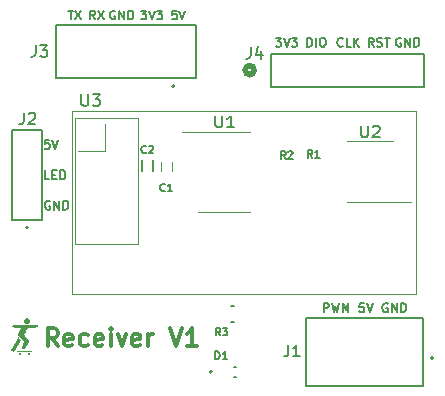
<source format=gbr>
%TF.GenerationSoftware,KiCad,Pcbnew,7.0.8*%
%TF.CreationDate,2024-02-15T00:03:28-06:00*%
%TF.ProjectId,Receiver_KiCad,52656365-6976-4657-925f-4b694361642e,rev?*%
%TF.SameCoordinates,Original*%
%TF.FileFunction,Legend,Top*%
%TF.FilePolarity,Positive*%
%FSLAX46Y46*%
G04 Gerber Fmt 4.6, Leading zero omitted, Abs format (unit mm)*
G04 Created by KiCad (PCBNEW 7.0.8) date 2024-02-15 00:03:28*
%MOMM*%
%LPD*%
G01*
G04 APERTURE LIST*
%ADD10C,0.150000*%
%ADD11C,0.300000*%
%ADD12C,0.120000*%
%ADD13C,0.152400*%
%ADD14C,0.508000*%
%ADD15C,0.127000*%
%ADD16C,0.200000*%
%ADD17C,0.100000*%
G04 APERTURE END LIST*
D10*
X176497969Y-139300414D02*
X176140826Y-139300414D01*
X176140826Y-139300414D02*
X176105112Y-139657557D01*
X176105112Y-139657557D02*
X176140826Y-139621842D01*
X176140826Y-139621842D02*
X176212255Y-139586128D01*
X176212255Y-139586128D02*
X176390826Y-139586128D01*
X176390826Y-139586128D02*
X176462255Y-139621842D01*
X176462255Y-139621842D02*
X176497969Y-139657557D01*
X176497969Y-139657557D02*
X176533683Y-139728985D01*
X176533683Y-139728985D02*
X176533683Y-139907557D01*
X176533683Y-139907557D02*
X176497969Y-139978985D01*
X176497969Y-139978985D02*
X176462255Y-140014700D01*
X176462255Y-140014700D02*
X176390826Y-140050414D01*
X176390826Y-140050414D02*
X176212255Y-140050414D01*
X176212255Y-140050414D02*
X176140826Y-140014700D01*
X176140826Y-140014700D02*
X176105112Y-139978985D01*
X176747969Y-139300414D02*
X176997969Y-140050414D01*
X176997969Y-140050414D02*
X177247969Y-139300414D01*
X178490112Y-139336128D02*
X178418684Y-139300414D01*
X178418684Y-139300414D02*
X178311541Y-139300414D01*
X178311541Y-139300414D02*
X178204398Y-139336128D01*
X178204398Y-139336128D02*
X178132969Y-139407557D01*
X178132969Y-139407557D02*
X178097255Y-139478985D01*
X178097255Y-139478985D02*
X178061541Y-139621842D01*
X178061541Y-139621842D02*
X178061541Y-139728985D01*
X178061541Y-139728985D02*
X178097255Y-139871842D01*
X178097255Y-139871842D02*
X178132969Y-139943271D01*
X178132969Y-139943271D02*
X178204398Y-140014700D01*
X178204398Y-140014700D02*
X178311541Y-140050414D01*
X178311541Y-140050414D02*
X178382969Y-140050414D01*
X178382969Y-140050414D02*
X178490112Y-140014700D01*
X178490112Y-140014700D02*
X178525826Y-139978985D01*
X178525826Y-139978985D02*
X178525826Y-139728985D01*
X178525826Y-139728985D02*
X178382969Y-139728985D01*
X178847255Y-140050414D02*
X178847255Y-139300414D01*
X178847255Y-139300414D02*
X179275826Y-140050414D01*
X179275826Y-140050414D02*
X179275826Y-139300414D01*
X179632969Y-140050414D02*
X179632969Y-139300414D01*
X179632969Y-139300414D02*
X179811540Y-139300414D01*
X179811540Y-139300414D02*
X179918683Y-139336128D01*
X179918683Y-139336128D02*
X179990112Y-139407557D01*
X179990112Y-139407557D02*
X180025826Y-139478985D01*
X180025826Y-139478985D02*
X180061540Y-139621842D01*
X180061540Y-139621842D02*
X180061540Y-139728985D01*
X180061540Y-139728985D02*
X180025826Y-139871842D01*
X180025826Y-139871842D02*
X179990112Y-139943271D01*
X179990112Y-139943271D02*
X179918683Y-140014700D01*
X179918683Y-140014700D02*
X179811540Y-140050414D01*
X179811540Y-140050414D02*
X179632969Y-140050414D01*
X160624398Y-114520414D02*
X160267255Y-114520414D01*
X160267255Y-114520414D02*
X160231541Y-114877557D01*
X160231541Y-114877557D02*
X160267255Y-114841842D01*
X160267255Y-114841842D02*
X160338684Y-114806128D01*
X160338684Y-114806128D02*
X160517255Y-114806128D01*
X160517255Y-114806128D02*
X160588684Y-114841842D01*
X160588684Y-114841842D02*
X160624398Y-114877557D01*
X160624398Y-114877557D02*
X160660112Y-114948985D01*
X160660112Y-114948985D02*
X160660112Y-115127557D01*
X160660112Y-115127557D02*
X160624398Y-115198985D01*
X160624398Y-115198985D02*
X160588684Y-115234700D01*
X160588684Y-115234700D02*
X160517255Y-115270414D01*
X160517255Y-115270414D02*
X160338684Y-115270414D01*
X160338684Y-115270414D02*
X160267255Y-115234700D01*
X160267255Y-115234700D02*
X160231541Y-115198985D01*
X160874398Y-114520414D02*
X161124398Y-115270414D01*
X161124398Y-115270414D02*
X161374398Y-114520414D01*
X151440112Y-114520414D02*
X151868684Y-114520414D01*
X151654398Y-115270414D02*
X151654398Y-114520414D01*
X152047255Y-114520414D02*
X152547255Y-115270414D01*
X152547255Y-114520414D02*
X152047255Y-115270414D01*
X149864398Y-125490414D02*
X149507255Y-125490414D01*
X149507255Y-125490414D02*
X149471541Y-125847557D01*
X149471541Y-125847557D02*
X149507255Y-125811842D01*
X149507255Y-125811842D02*
X149578684Y-125776128D01*
X149578684Y-125776128D02*
X149757255Y-125776128D01*
X149757255Y-125776128D02*
X149828684Y-125811842D01*
X149828684Y-125811842D02*
X149864398Y-125847557D01*
X149864398Y-125847557D02*
X149900112Y-125918985D01*
X149900112Y-125918985D02*
X149900112Y-126097557D01*
X149900112Y-126097557D02*
X149864398Y-126168985D01*
X149864398Y-126168985D02*
X149828684Y-126204700D01*
X149828684Y-126204700D02*
X149757255Y-126240414D01*
X149757255Y-126240414D02*
X149578684Y-126240414D01*
X149578684Y-126240414D02*
X149507255Y-126204700D01*
X149507255Y-126204700D02*
X149471541Y-126168985D01*
X150114398Y-125490414D02*
X150364398Y-126240414D01*
X150364398Y-126240414D02*
X150614398Y-125490414D01*
D11*
X150561653Y-142936929D02*
X150061653Y-142222643D01*
X149704510Y-142936929D02*
X149704510Y-141436929D01*
X149704510Y-141436929D02*
X150275939Y-141436929D01*
X150275939Y-141436929D02*
X150418796Y-141508358D01*
X150418796Y-141508358D02*
X150490225Y-141579786D01*
X150490225Y-141579786D02*
X150561653Y-141722643D01*
X150561653Y-141722643D02*
X150561653Y-141936929D01*
X150561653Y-141936929D02*
X150490225Y-142079786D01*
X150490225Y-142079786D02*
X150418796Y-142151215D01*
X150418796Y-142151215D02*
X150275939Y-142222643D01*
X150275939Y-142222643D02*
X149704510Y-142222643D01*
X151775939Y-142865501D02*
X151633082Y-142936929D01*
X151633082Y-142936929D02*
X151347368Y-142936929D01*
X151347368Y-142936929D02*
X151204510Y-142865501D01*
X151204510Y-142865501D02*
X151133082Y-142722643D01*
X151133082Y-142722643D02*
X151133082Y-142151215D01*
X151133082Y-142151215D02*
X151204510Y-142008358D01*
X151204510Y-142008358D02*
X151347368Y-141936929D01*
X151347368Y-141936929D02*
X151633082Y-141936929D01*
X151633082Y-141936929D02*
X151775939Y-142008358D01*
X151775939Y-142008358D02*
X151847368Y-142151215D01*
X151847368Y-142151215D02*
X151847368Y-142294072D01*
X151847368Y-142294072D02*
X151133082Y-142436929D01*
X153133082Y-142865501D02*
X152990224Y-142936929D01*
X152990224Y-142936929D02*
X152704510Y-142936929D01*
X152704510Y-142936929D02*
X152561653Y-142865501D01*
X152561653Y-142865501D02*
X152490224Y-142794072D01*
X152490224Y-142794072D02*
X152418796Y-142651215D01*
X152418796Y-142651215D02*
X152418796Y-142222643D01*
X152418796Y-142222643D02*
X152490224Y-142079786D01*
X152490224Y-142079786D02*
X152561653Y-142008358D01*
X152561653Y-142008358D02*
X152704510Y-141936929D01*
X152704510Y-141936929D02*
X152990224Y-141936929D01*
X152990224Y-141936929D02*
X153133082Y-142008358D01*
X154347367Y-142865501D02*
X154204510Y-142936929D01*
X154204510Y-142936929D02*
X153918796Y-142936929D01*
X153918796Y-142936929D02*
X153775938Y-142865501D01*
X153775938Y-142865501D02*
X153704510Y-142722643D01*
X153704510Y-142722643D02*
X153704510Y-142151215D01*
X153704510Y-142151215D02*
X153775938Y-142008358D01*
X153775938Y-142008358D02*
X153918796Y-141936929D01*
X153918796Y-141936929D02*
X154204510Y-141936929D01*
X154204510Y-141936929D02*
X154347367Y-142008358D01*
X154347367Y-142008358D02*
X154418796Y-142151215D01*
X154418796Y-142151215D02*
X154418796Y-142294072D01*
X154418796Y-142294072D02*
X153704510Y-142436929D01*
X155061652Y-142936929D02*
X155061652Y-141936929D01*
X155061652Y-141436929D02*
X154990224Y-141508358D01*
X154990224Y-141508358D02*
X155061652Y-141579786D01*
X155061652Y-141579786D02*
X155133081Y-141508358D01*
X155133081Y-141508358D02*
X155061652Y-141436929D01*
X155061652Y-141436929D02*
X155061652Y-141579786D01*
X155633081Y-141936929D02*
X155990224Y-142936929D01*
X155990224Y-142936929D02*
X156347367Y-141936929D01*
X157490224Y-142865501D02*
X157347367Y-142936929D01*
X157347367Y-142936929D02*
X157061653Y-142936929D01*
X157061653Y-142936929D02*
X156918795Y-142865501D01*
X156918795Y-142865501D02*
X156847367Y-142722643D01*
X156847367Y-142722643D02*
X156847367Y-142151215D01*
X156847367Y-142151215D02*
X156918795Y-142008358D01*
X156918795Y-142008358D02*
X157061653Y-141936929D01*
X157061653Y-141936929D02*
X157347367Y-141936929D01*
X157347367Y-141936929D02*
X157490224Y-142008358D01*
X157490224Y-142008358D02*
X157561653Y-142151215D01*
X157561653Y-142151215D02*
X157561653Y-142294072D01*
X157561653Y-142294072D02*
X156847367Y-142436929D01*
X158204509Y-142936929D02*
X158204509Y-141936929D01*
X158204509Y-142222643D02*
X158275938Y-142079786D01*
X158275938Y-142079786D02*
X158347367Y-142008358D01*
X158347367Y-142008358D02*
X158490224Y-141936929D01*
X158490224Y-141936929D02*
X158633081Y-141936929D01*
X160061652Y-141436929D02*
X160561652Y-142936929D01*
X160561652Y-142936929D02*
X161061652Y-141436929D01*
X162347366Y-142936929D02*
X161490223Y-142936929D01*
X161918794Y-142936929D02*
X161918794Y-141436929D01*
X161918794Y-141436929D02*
X161775937Y-141651215D01*
X161775937Y-141651215D02*
X161633080Y-141794072D01*
X161633080Y-141794072D02*
X161490223Y-141865501D01*
D10*
X173077255Y-140050414D02*
X173077255Y-139300414D01*
X173077255Y-139300414D02*
X173362969Y-139300414D01*
X173362969Y-139300414D02*
X173434398Y-139336128D01*
X173434398Y-139336128D02*
X173470112Y-139371842D01*
X173470112Y-139371842D02*
X173505826Y-139443271D01*
X173505826Y-139443271D02*
X173505826Y-139550414D01*
X173505826Y-139550414D02*
X173470112Y-139621842D01*
X173470112Y-139621842D02*
X173434398Y-139657557D01*
X173434398Y-139657557D02*
X173362969Y-139693271D01*
X173362969Y-139693271D02*
X173077255Y-139693271D01*
X173755826Y-139300414D02*
X173934398Y-140050414D01*
X173934398Y-140050414D02*
X174077255Y-139514700D01*
X174077255Y-139514700D02*
X174220112Y-140050414D01*
X174220112Y-140050414D02*
X174398684Y-139300414D01*
X174684398Y-140050414D02*
X174684398Y-139300414D01*
X174684398Y-139300414D02*
X174934398Y-139836128D01*
X174934398Y-139836128D02*
X175184398Y-139300414D01*
X175184398Y-139300414D02*
X175184398Y-140050414D01*
X174710824Y-117508985D02*
X174675110Y-117544700D01*
X174675110Y-117544700D02*
X174567967Y-117580414D01*
X174567967Y-117580414D02*
X174496539Y-117580414D01*
X174496539Y-117580414D02*
X174389396Y-117544700D01*
X174389396Y-117544700D02*
X174317967Y-117473271D01*
X174317967Y-117473271D02*
X174282253Y-117401842D01*
X174282253Y-117401842D02*
X174246539Y-117258985D01*
X174246539Y-117258985D02*
X174246539Y-117151842D01*
X174246539Y-117151842D02*
X174282253Y-117008985D01*
X174282253Y-117008985D02*
X174317967Y-116937557D01*
X174317967Y-116937557D02*
X174389396Y-116866128D01*
X174389396Y-116866128D02*
X174496539Y-116830414D01*
X174496539Y-116830414D02*
X174567967Y-116830414D01*
X174567967Y-116830414D02*
X174675110Y-116866128D01*
X174675110Y-116866128D02*
X174710824Y-116901842D01*
X175389396Y-117580414D02*
X175032253Y-117580414D01*
X175032253Y-117580414D02*
X175032253Y-116830414D01*
X175639396Y-117580414D02*
X175639396Y-116830414D01*
X176067967Y-117580414D02*
X175746539Y-117151842D01*
X176067967Y-116830414D02*
X175639396Y-117258985D01*
X149864398Y-128805414D02*
X149507255Y-128805414D01*
X149507255Y-128805414D02*
X149507255Y-128055414D01*
X150114398Y-128412557D02*
X150364398Y-128412557D01*
X150471541Y-128805414D02*
X150114398Y-128805414D01*
X150114398Y-128805414D02*
X150114398Y-128055414D01*
X150114398Y-128055414D02*
X150471541Y-128055414D01*
X150792969Y-128805414D02*
X150792969Y-128055414D01*
X150792969Y-128055414D02*
X150971540Y-128055414D01*
X150971540Y-128055414D02*
X151078683Y-128091128D01*
X151078683Y-128091128D02*
X151150112Y-128162557D01*
X151150112Y-128162557D02*
X151185826Y-128233985D01*
X151185826Y-128233985D02*
X151221540Y-128376842D01*
X151221540Y-128376842D02*
X151221540Y-128483985D01*
X151221540Y-128483985D02*
X151185826Y-128626842D01*
X151185826Y-128626842D02*
X151150112Y-128698271D01*
X151150112Y-128698271D02*
X151078683Y-128769700D01*
X151078683Y-128769700D02*
X150971540Y-128805414D01*
X150971540Y-128805414D02*
X150792969Y-128805414D01*
X169015826Y-116830414D02*
X169480112Y-116830414D01*
X169480112Y-116830414D02*
X169230112Y-117116128D01*
X169230112Y-117116128D02*
X169337255Y-117116128D01*
X169337255Y-117116128D02*
X169408684Y-117151842D01*
X169408684Y-117151842D02*
X169444398Y-117187557D01*
X169444398Y-117187557D02*
X169480112Y-117258985D01*
X169480112Y-117258985D02*
X169480112Y-117437557D01*
X169480112Y-117437557D02*
X169444398Y-117508985D01*
X169444398Y-117508985D02*
X169408684Y-117544700D01*
X169408684Y-117544700D02*
X169337255Y-117580414D01*
X169337255Y-117580414D02*
X169122969Y-117580414D01*
X169122969Y-117580414D02*
X169051541Y-117544700D01*
X169051541Y-117544700D02*
X169015826Y-117508985D01*
X169694398Y-116830414D02*
X169944398Y-117580414D01*
X169944398Y-117580414D02*
X170194398Y-116830414D01*
X170372969Y-116830414D02*
X170837255Y-116830414D01*
X170837255Y-116830414D02*
X170587255Y-117116128D01*
X170587255Y-117116128D02*
X170694398Y-117116128D01*
X170694398Y-117116128D02*
X170765827Y-117151842D01*
X170765827Y-117151842D02*
X170801541Y-117187557D01*
X170801541Y-117187557D02*
X170837255Y-117258985D01*
X170837255Y-117258985D02*
X170837255Y-117437557D01*
X170837255Y-117437557D02*
X170801541Y-117508985D01*
X170801541Y-117508985D02*
X170765827Y-117544700D01*
X170765827Y-117544700D02*
X170694398Y-117580414D01*
X170694398Y-117580414D02*
X170480112Y-117580414D01*
X170480112Y-117580414D02*
X170408684Y-117544700D01*
X170408684Y-117544700D02*
X170372969Y-117508985D01*
X153735826Y-115270414D02*
X153485826Y-114913271D01*
X153307255Y-115270414D02*
X153307255Y-114520414D01*
X153307255Y-114520414D02*
X153592969Y-114520414D01*
X153592969Y-114520414D02*
X153664398Y-114556128D01*
X153664398Y-114556128D02*
X153700112Y-114591842D01*
X153700112Y-114591842D02*
X153735826Y-114663271D01*
X153735826Y-114663271D02*
X153735826Y-114770414D01*
X153735826Y-114770414D02*
X153700112Y-114841842D01*
X153700112Y-114841842D02*
X153664398Y-114877557D01*
X153664398Y-114877557D02*
X153592969Y-114913271D01*
X153592969Y-114913271D02*
X153307255Y-114913271D01*
X153985826Y-114520414D02*
X154485826Y-115270414D01*
X154485826Y-114520414D02*
X153985826Y-115270414D01*
X171684754Y-117580414D02*
X171684754Y-116830414D01*
X171684754Y-116830414D02*
X171863325Y-116830414D01*
X171863325Y-116830414D02*
X171970468Y-116866128D01*
X171970468Y-116866128D02*
X172041897Y-116937557D01*
X172041897Y-116937557D02*
X172077611Y-117008985D01*
X172077611Y-117008985D02*
X172113325Y-117151842D01*
X172113325Y-117151842D02*
X172113325Y-117258985D01*
X172113325Y-117258985D02*
X172077611Y-117401842D01*
X172077611Y-117401842D02*
X172041897Y-117473271D01*
X172041897Y-117473271D02*
X171970468Y-117544700D01*
X171970468Y-117544700D02*
X171863325Y-117580414D01*
X171863325Y-117580414D02*
X171684754Y-117580414D01*
X172434754Y-117580414D02*
X172434754Y-116830414D01*
X172934754Y-116830414D02*
X173077611Y-116830414D01*
X173077611Y-116830414D02*
X173149040Y-116866128D01*
X173149040Y-116866128D02*
X173220468Y-116937557D01*
X173220468Y-116937557D02*
X173256183Y-117080414D01*
X173256183Y-117080414D02*
X173256183Y-117330414D01*
X173256183Y-117330414D02*
X173220468Y-117473271D01*
X173220468Y-117473271D02*
X173149040Y-117544700D01*
X173149040Y-117544700D02*
X173077611Y-117580414D01*
X173077611Y-117580414D02*
X172934754Y-117580414D01*
X172934754Y-117580414D02*
X172863326Y-117544700D01*
X172863326Y-117544700D02*
X172791897Y-117473271D01*
X172791897Y-117473271D02*
X172756183Y-117330414D01*
X172756183Y-117330414D02*
X172756183Y-117080414D01*
X172756183Y-117080414D02*
X172791897Y-116937557D01*
X172791897Y-116937557D02*
X172863326Y-116866128D01*
X172863326Y-116866128D02*
X172934754Y-116830414D01*
X177308323Y-117580414D02*
X177058323Y-117223271D01*
X176879752Y-117580414D02*
X176879752Y-116830414D01*
X176879752Y-116830414D02*
X177165466Y-116830414D01*
X177165466Y-116830414D02*
X177236895Y-116866128D01*
X177236895Y-116866128D02*
X177272609Y-116901842D01*
X177272609Y-116901842D02*
X177308323Y-116973271D01*
X177308323Y-116973271D02*
X177308323Y-117080414D01*
X177308323Y-117080414D02*
X177272609Y-117151842D01*
X177272609Y-117151842D02*
X177236895Y-117187557D01*
X177236895Y-117187557D02*
X177165466Y-117223271D01*
X177165466Y-117223271D02*
X176879752Y-117223271D01*
X177594038Y-117544700D02*
X177701181Y-117580414D01*
X177701181Y-117580414D02*
X177879752Y-117580414D01*
X177879752Y-117580414D02*
X177951181Y-117544700D01*
X177951181Y-117544700D02*
X177986895Y-117508985D01*
X177986895Y-117508985D02*
X178022609Y-117437557D01*
X178022609Y-117437557D02*
X178022609Y-117366128D01*
X178022609Y-117366128D02*
X177986895Y-117294700D01*
X177986895Y-117294700D02*
X177951181Y-117258985D01*
X177951181Y-117258985D02*
X177879752Y-117223271D01*
X177879752Y-117223271D02*
X177736895Y-117187557D01*
X177736895Y-117187557D02*
X177665466Y-117151842D01*
X177665466Y-117151842D02*
X177629752Y-117116128D01*
X177629752Y-117116128D02*
X177594038Y-117044700D01*
X177594038Y-117044700D02*
X177594038Y-116973271D01*
X177594038Y-116973271D02*
X177629752Y-116901842D01*
X177629752Y-116901842D02*
X177665466Y-116866128D01*
X177665466Y-116866128D02*
X177736895Y-116830414D01*
X177736895Y-116830414D02*
X177915466Y-116830414D01*
X177915466Y-116830414D02*
X178022609Y-116866128D01*
X178236895Y-116830414D02*
X178665467Y-116830414D01*
X178451181Y-117580414D02*
X178451181Y-116830414D01*
X157605826Y-114520414D02*
X158070112Y-114520414D01*
X158070112Y-114520414D02*
X157820112Y-114806128D01*
X157820112Y-114806128D02*
X157927255Y-114806128D01*
X157927255Y-114806128D02*
X157998684Y-114841842D01*
X157998684Y-114841842D02*
X158034398Y-114877557D01*
X158034398Y-114877557D02*
X158070112Y-114948985D01*
X158070112Y-114948985D02*
X158070112Y-115127557D01*
X158070112Y-115127557D02*
X158034398Y-115198985D01*
X158034398Y-115198985D02*
X157998684Y-115234700D01*
X157998684Y-115234700D02*
X157927255Y-115270414D01*
X157927255Y-115270414D02*
X157712969Y-115270414D01*
X157712969Y-115270414D02*
X157641541Y-115234700D01*
X157641541Y-115234700D02*
X157605826Y-115198985D01*
X158284398Y-114520414D02*
X158534398Y-115270414D01*
X158534398Y-115270414D02*
X158784398Y-114520414D01*
X158962969Y-114520414D02*
X159427255Y-114520414D01*
X159427255Y-114520414D02*
X159177255Y-114806128D01*
X159177255Y-114806128D02*
X159284398Y-114806128D01*
X159284398Y-114806128D02*
X159355827Y-114841842D01*
X159355827Y-114841842D02*
X159391541Y-114877557D01*
X159391541Y-114877557D02*
X159427255Y-114948985D01*
X159427255Y-114948985D02*
X159427255Y-115127557D01*
X159427255Y-115127557D02*
X159391541Y-115198985D01*
X159391541Y-115198985D02*
X159355827Y-115234700D01*
X159355827Y-115234700D02*
X159284398Y-115270414D01*
X159284398Y-115270414D02*
X159070112Y-115270414D01*
X159070112Y-115270414D02*
X158998684Y-115234700D01*
X158998684Y-115234700D02*
X158962969Y-115198985D01*
X149900112Y-130656128D02*
X149828684Y-130620414D01*
X149828684Y-130620414D02*
X149721541Y-130620414D01*
X149721541Y-130620414D02*
X149614398Y-130656128D01*
X149614398Y-130656128D02*
X149542969Y-130727557D01*
X149542969Y-130727557D02*
X149507255Y-130798985D01*
X149507255Y-130798985D02*
X149471541Y-130941842D01*
X149471541Y-130941842D02*
X149471541Y-131048985D01*
X149471541Y-131048985D02*
X149507255Y-131191842D01*
X149507255Y-131191842D02*
X149542969Y-131263271D01*
X149542969Y-131263271D02*
X149614398Y-131334700D01*
X149614398Y-131334700D02*
X149721541Y-131370414D01*
X149721541Y-131370414D02*
X149792969Y-131370414D01*
X149792969Y-131370414D02*
X149900112Y-131334700D01*
X149900112Y-131334700D02*
X149935826Y-131298985D01*
X149935826Y-131298985D02*
X149935826Y-131048985D01*
X149935826Y-131048985D02*
X149792969Y-131048985D01*
X150257255Y-131370414D02*
X150257255Y-130620414D01*
X150257255Y-130620414D02*
X150685826Y-131370414D01*
X150685826Y-131370414D02*
X150685826Y-130620414D01*
X151042969Y-131370414D02*
X151042969Y-130620414D01*
X151042969Y-130620414D02*
X151221540Y-130620414D01*
X151221540Y-130620414D02*
X151328683Y-130656128D01*
X151328683Y-130656128D02*
X151400112Y-130727557D01*
X151400112Y-130727557D02*
X151435826Y-130798985D01*
X151435826Y-130798985D02*
X151471540Y-130941842D01*
X151471540Y-130941842D02*
X151471540Y-131048985D01*
X151471540Y-131048985D02*
X151435826Y-131191842D01*
X151435826Y-131191842D02*
X151400112Y-131263271D01*
X151400112Y-131263271D02*
X151328683Y-131334700D01*
X151328683Y-131334700D02*
X151221540Y-131370414D01*
X151221540Y-131370414D02*
X151042969Y-131370414D01*
X179620112Y-116866128D02*
X179548684Y-116830414D01*
X179548684Y-116830414D02*
X179441541Y-116830414D01*
X179441541Y-116830414D02*
X179334398Y-116866128D01*
X179334398Y-116866128D02*
X179262969Y-116937557D01*
X179262969Y-116937557D02*
X179227255Y-117008985D01*
X179227255Y-117008985D02*
X179191541Y-117151842D01*
X179191541Y-117151842D02*
X179191541Y-117258985D01*
X179191541Y-117258985D02*
X179227255Y-117401842D01*
X179227255Y-117401842D02*
X179262969Y-117473271D01*
X179262969Y-117473271D02*
X179334398Y-117544700D01*
X179334398Y-117544700D02*
X179441541Y-117580414D01*
X179441541Y-117580414D02*
X179512969Y-117580414D01*
X179512969Y-117580414D02*
X179620112Y-117544700D01*
X179620112Y-117544700D02*
X179655826Y-117508985D01*
X179655826Y-117508985D02*
X179655826Y-117258985D01*
X179655826Y-117258985D02*
X179512969Y-117258985D01*
X179977255Y-117580414D02*
X179977255Y-116830414D01*
X179977255Y-116830414D02*
X180405826Y-117580414D01*
X180405826Y-117580414D02*
X180405826Y-116830414D01*
X180762969Y-117580414D02*
X180762969Y-116830414D01*
X180762969Y-116830414D02*
X180941540Y-116830414D01*
X180941540Y-116830414D02*
X181048683Y-116866128D01*
X181048683Y-116866128D02*
X181120112Y-116937557D01*
X181120112Y-116937557D02*
X181155826Y-117008985D01*
X181155826Y-117008985D02*
X181191540Y-117151842D01*
X181191540Y-117151842D02*
X181191540Y-117258985D01*
X181191540Y-117258985D02*
X181155826Y-117401842D01*
X181155826Y-117401842D02*
X181120112Y-117473271D01*
X181120112Y-117473271D02*
X181048683Y-117544700D01*
X181048683Y-117544700D02*
X180941540Y-117580414D01*
X180941540Y-117580414D02*
X180762969Y-117580414D01*
X155410112Y-114556128D02*
X155338684Y-114520414D01*
X155338684Y-114520414D02*
X155231541Y-114520414D01*
X155231541Y-114520414D02*
X155124398Y-114556128D01*
X155124398Y-114556128D02*
X155052969Y-114627557D01*
X155052969Y-114627557D02*
X155017255Y-114698985D01*
X155017255Y-114698985D02*
X154981541Y-114841842D01*
X154981541Y-114841842D02*
X154981541Y-114948985D01*
X154981541Y-114948985D02*
X155017255Y-115091842D01*
X155017255Y-115091842D02*
X155052969Y-115163271D01*
X155052969Y-115163271D02*
X155124398Y-115234700D01*
X155124398Y-115234700D02*
X155231541Y-115270414D01*
X155231541Y-115270414D02*
X155302969Y-115270414D01*
X155302969Y-115270414D02*
X155410112Y-115234700D01*
X155410112Y-115234700D02*
X155445826Y-115198985D01*
X155445826Y-115198985D02*
X155445826Y-114948985D01*
X155445826Y-114948985D02*
X155302969Y-114948985D01*
X155767255Y-115270414D02*
X155767255Y-114520414D01*
X155767255Y-114520414D02*
X156195826Y-115270414D01*
X156195826Y-115270414D02*
X156195826Y-114520414D01*
X156552969Y-115270414D02*
X156552969Y-114520414D01*
X156552969Y-114520414D02*
X156731540Y-114520414D01*
X156731540Y-114520414D02*
X156838683Y-114556128D01*
X156838683Y-114556128D02*
X156910112Y-114627557D01*
X156910112Y-114627557D02*
X156945826Y-114698985D01*
X156945826Y-114698985D02*
X156981540Y-114841842D01*
X156981540Y-114841842D02*
X156981540Y-114948985D01*
X156981540Y-114948985D02*
X156945826Y-115091842D01*
X156945826Y-115091842D02*
X156910112Y-115163271D01*
X156910112Y-115163271D02*
X156838683Y-115234700D01*
X156838683Y-115234700D02*
X156731540Y-115270414D01*
X156731540Y-115270414D02*
X156552969Y-115270414D01*
X176253095Y-124259819D02*
X176253095Y-125069342D01*
X176253095Y-125069342D02*
X176300714Y-125164580D01*
X176300714Y-125164580D02*
X176348333Y-125212200D01*
X176348333Y-125212200D02*
X176443571Y-125259819D01*
X176443571Y-125259819D02*
X176634047Y-125259819D01*
X176634047Y-125259819D02*
X176729285Y-125212200D01*
X176729285Y-125212200D02*
X176776904Y-125164580D01*
X176776904Y-125164580D02*
X176824523Y-125069342D01*
X176824523Y-125069342D02*
X176824523Y-124259819D01*
X177253095Y-124355057D02*
X177300714Y-124307438D01*
X177300714Y-124307438D02*
X177395952Y-124259819D01*
X177395952Y-124259819D02*
X177634047Y-124259819D01*
X177634047Y-124259819D02*
X177729285Y-124307438D01*
X177729285Y-124307438D02*
X177776904Y-124355057D01*
X177776904Y-124355057D02*
X177824523Y-124450295D01*
X177824523Y-124450295D02*
X177824523Y-124545533D01*
X177824523Y-124545533D02*
X177776904Y-124688390D01*
X177776904Y-124688390D02*
X177205476Y-125259819D01*
X177205476Y-125259819D02*
X177824523Y-125259819D01*
X166896666Y-117605019D02*
X166896666Y-118319304D01*
X166896666Y-118319304D02*
X166849047Y-118462161D01*
X166849047Y-118462161D02*
X166753809Y-118557400D01*
X166753809Y-118557400D02*
X166610952Y-118605019D01*
X166610952Y-118605019D02*
X166515714Y-118605019D01*
X167801428Y-117938352D02*
X167801428Y-118605019D01*
X167563333Y-117557400D02*
X167325238Y-118271685D01*
X167325238Y-118271685D02*
X167944285Y-118271685D01*
X163923095Y-123409819D02*
X163923095Y-124219342D01*
X163923095Y-124219342D02*
X163970714Y-124314580D01*
X163970714Y-124314580D02*
X164018333Y-124362200D01*
X164018333Y-124362200D02*
X164113571Y-124409819D01*
X164113571Y-124409819D02*
X164304047Y-124409819D01*
X164304047Y-124409819D02*
X164399285Y-124362200D01*
X164399285Y-124362200D02*
X164446904Y-124314580D01*
X164446904Y-124314580D02*
X164494523Y-124219342D01*
X164494523Y-124219342D02*
X164494523Y-123409819D01*
X165494523Y-124409819D02*
X164923095Y-124409819D01*
X165208809Y-124409819D02*
X165208809Y-123409819D01*
X165208809Y-123409819D02*
X165113571Y-123552676D01*
X165113571Y-123552676D02*
X165018333Y-123647914D01*
X165018333Y-123647914D02*
X164923095Y-123695533D01*
X147676666Y-123169819D02*
X147676666Y-123884104D01*
X147676666Y-123884104D02*
X147629047Y-124026961D01*
X147629047Y-124026961D02*
X147533809Y-124122200D01*
X147533809Y-124122200D02*
X147390952Y-124169819D01*
X147390952Y-124169819D02*
X147295714Y-124169819D01*
X148105238Y-123265057D02*
X148152857Y-123217438D01*
X148152857Y-123217438D02*
X148248095Y-123169819D01*
X148248095Y-123169819D02*
X148486190Y-123169819D01*
X148486190Y-123169819D02*
X148581428Y-123217438D01*
X148581428Y-123217438D02*
X148629047Y-123265057D01*
X148629047Y-123265057D02*
X148676666Y-123360295D01*
X148676666Y-123360295D02*
X148676666Y-123455533D01*
X148676666Y-123455533D02*
X148629047Y-123598390D01*
X148629047Y-123598390D02*
X148057619Y-124169819D01*
X148057619Y-124169819D02*
X148676666Y-124169819D01*
X152573095Y-121599819D02*
X152573095Y-122409342D01*
X152573095Y-122409342D02*
X152620714Y-122504580D01*
X152620714Y-122504580D02*
X152668333Y-122552200D01*
X152668333Y-122552200D02*
X152763571Y-122599819D01*
X152763571Y-122599819D02*
X152954047Y-122599819D01*
X152954047Y-122599819D02*
X153049285Y-122552200D01*
X153049285Y-122552200D02*
X153096904Y-122504580D01*
X153096904Y-122504580D02*
X153144523Y-122409342D01*
X153144523Y-122409342D02*
X153144523Y-121599819D01*
X153525476Y-121599819D02*
X154144523Y-121599819D01*
X154144523Y-121599819D02*
X153811190Y-121980771D01*
X153811190Y-121980771D02*
X153954047Y-121980771D01*
X153954047Y-121980771D02*
X154049285Y-122028390D01*
X154049285Y-122028390D02*
X154096904Y-122076009D01*
X154096904Y-122076009D02*
X154144523Y-122171247D01*
X154144523Y-122171247D02*
X154144523Y-122409342D01*
X154144523Y-122409342D02*
X154096904Y-122504580D01*
X154096904Y-122504580D02*
X154049285Y-122552200D01*
X154049285Y-122552200D02*
X153954047Y-122599819D01*
X153954047Y-122599819D02*
X153668333Y-122599819D01*
X153668333Y-122599819D02*
X153573095Y-122552200D01*
X153573095Y-122552200D02*
X153525476Y-122504580D01*
X148691666Y-117439819D02*
X148691666Y-118154104D01*
X148691666Y-118154104D02*
X148644047Y-118296961D01*
X148644047Y-118296961D02*
X148548809Y-118392200D01*
X148548809Y-118392200D02*
X148405952Y-118439819D01*
X148405952Y-118439819D02*
X148310714Y-118439819D01*
X149072619Y-117439819D02*
X149691666Y-117439819D01*
X149691666Y-117439819D02*
X149358333Y-117820771D01*
X149358333Y-117820771D02*
X149501190Y-117820771D01*
X149501190Y-117820771D02*
X149596428Y-117868390D01*
X149596428Y-117868390D02*
X149644047Y-117916009D01*
X149644047Y-117916009D02*
X149691666Y-118011247D01*
X149691666Y-118011247D02*
X149691666Y-118249342D01*
X149691666Y-118249342D02*
X149644047Y-118344580D01*
X149644047Y-118344580D02*
X149596428Y-118392200D01*
X149596428Y-118392200D02*
X149501190Y-118439819D01*
X149501190Y-118439819D02*
X149215476Y-118439819D01*
X149215476Y-118439819D02*
X149120238Y-118392200D01*
X149120238Y-118392200D02*
X149072619Y-118344580D01*
X163918629Y-144022302D02*
X163918629Y-143387302D01*
X163918629Y-143387302D02*
X164069819Y-143387302D01*
X164069819Y-143387302D02*
X164160534Y-143417540D01*
X164160534Y-143417540D02*
X164221010Y-143478016D01*
X164221010Y-143478016D02*
X164251248Y-143538492D01*
X164251248Y-143538492D02*
X164281486Y-143659444D01*
X164281486Y-143659444D02*
X164281486Y-143750159D01*
X164281486Y-143750159D02*
X164251248Y-143871111D01*
X164251248Y-143871111D02*
X164221010Y-143931587D01*
X164221010Y-143931587D02*
X164160534Y-143992064D01*
X164160534Y-143992064D02*
X164069819Y-144022302D01*
X164069819Y-144022302D02*
X163918629Y-144022302D01*
X164886248Y-144022302D02*
X164523391Y-144022302D01*
X164704819Y-144022302D02*
X164704819Y-143387302D01*
X164704819Y-143387302D02*
X164644343Y-143478016D01*
X164644343Y-143478016D02*
X164583867Y-143538492D01*
X164583867Y-143538492D02*
X164523391Y-143568730D01*
X169854166Y-127050963D02*
X169642499Y-126748582D01*
X169491309Y-127050963D02*
X169491309Y-126415963D01*
X169491309Y-126415963D02*
X169733214Y-126415963D01*
X169733214Y-126415963D02*
X169793690Y-126446201D01*
X169793690Y-126446201D02*
X169823928Y-126476439D01*
X169823928Y-126476439D02*
X169854166Y-126536915D01*
X169854166Y-126536915D02*
X169854166Y-126627629D01*
X169854166Y-126627629D02*
X169823928Y-126688105D01*
X169823928Y-126688105D02*
X169793690Y-126718344D01*
X169793690Y-126718344D02*
X169733214Y-126748582D01*
X169733214Y-126748582D02*
X169491309Y-126748582D01*
X170096071Y-126476439D02*
X170126309Y-126446201D01*
X170126309Y-126446201D02*
X170186785Y-126415963D01*
X170186785Y-126415963D02*
X170337976Y-126415963D01*
X170337976Y-126415963D02*
X170398452Y-126446201D01*
X170398452Y-126446201D02*
X170428690Y-126476439D01*
X170428690Y-126476439D02*
X170458928Y-126536915D01*
X170458928Y-126536915D02*
X170458928Y-126597391D01*
X170458928Y-126597391D02*
X170428690Y-126688105D01*
X170428690Y-126688105D02*
X170065833Y-127050963D01*
X170065833Y-127050963D02*
X170458928Y-127050963D01*
X172134166Y-126980963D02*
X171922499Y-126678582D01*
X171771309Y-126980963D02*
X171771309Y-126345963D01*
X171771309Y-126345963D02*
X172013214Y-126345963D01*
X172013214Y-126345963D02*
X172073690Y-126376201D01*
X172073690Y-126376201D02*
X172103928Y-126406439D01*
X172103928Y-126406439D02*
X172134166Y-126466915D01*
X172134166Y-126466915D02*
X172134166Y-126557629D01*
X172134166Y-126557629D02*
X172103928Y-126618105D01*
X172103928Y-126618105D02*
X172073690Y-126648344D01*
X172073690Y-126648344D02*
X172013214Y-126678582D01*
X172013214Y-126678582D02*
X171771309Y-126678582D01*
X172738928Y-126980963D02*
X172376071Y-126980963D01*
X172557499Y-126980963D02*
X172557499Y-126345963D01*
X172557499Y-126345963D02*
X172497023Y-126436677D01*
X172497023Y-126436677D02*
X172436547Y-126497153D01*
X172436547Y-126497153D02*
X172376071Y-126527391D01*
X158047472Y-126528709D02*
X158017234Y-126558948D01*
X158017234Y-126558948D02*
X157926520Y-126589186D01*
X157926520Y-126589186D02*
X157866044Y-126589186D01*
X157866044Y-126589186D02*
X157775329Y-126558948D01*
X157775329Y-126558948D02*
X157714853Y-126498471D01*
X157714853Y-126498471D02*
X157684615Y-126437995D01*
X157684615Y-126437995D02*
X157654377Y-126317043D01*
X157654377Y-126317043D02*
X157654377Y-126226328D01*
X157654377Y-126226328D02*
X157684615Y-126105376D01*
X157684615Y-126105376D02*
X157714853Y-126044900D01*
X157714853Y-126044900D02*
X157775329Y-125984424D01*
X157775329Y-125984424D02*
X157866044Y-125954186D01*
X157866044Y-125954186D02*
X157926520Y-125954186D01*
X157926520Y-125954186D02*
X158017234Y-125984424D01*
X158017234Y-125984424D02*
X158047472Y-126014662D01*
X158289377Y-126014662D02*
X158319615Y-125984424D01*
X158319615Y-125984424D02*
X158380091Y-125954186D01*
X158380091Y-125954186D02*
X158531282Y-125954186D01*
X158531282Y-125954186D02*
X158591758Y-125984424D01*
X158591758Y-125984424D02*
X158621996Y-126014662D01*
X158621996Y-126014662D02*
X158652234Y-126075138D01*
X158652234Y-126075138D02*
X158652234Y-126135614D01*
X158652234Y-126135614D02*
X158621996Y-126226328D01*
X158621996Y-126226328D02*
X158259139Y-126589186D01*
X158259139Y-126589186D02*
X158652234Y-126589186D01*
X164334166Y-142030963D02*
X164122499Y-141728582D01*
X163971309Y-142030963D02*
X163971309Y-141395963D01*
X163971309Y-141395963D02*
X164213214Y-141395963D01*
X164213214Y-141395963D02*
X164273690Y-141426201D01*
X164273690Y-141426201D02*
X164303928Y-141456439D01*
X164303928Y-141456439D02*
X164334166Y-141516915D01*
X164334166Y-141516915D02*
X164334166Y-141607629D01*
X164334166Y-141607629D02*
X164303928Y-141668105D01*
X164303928Y-141668105D02*
X164273690Y-141698344D01*
X164273690Y-141698344D02*
X164213214Y-141728582D01*
X164213214Y-141728582D02*
X163971309Y-141728582D01*
X164545833Y-141395963D02*
X164938928Y-141395963D01*
X164938928Y-141395963D02*
X164727261Y-141637867D01*
X164727261Y-141637867D02*
X164817976Y-141637867D01*
X164817976Y-141637867D02*
X164878452Y-141668105D01*
X164878452Y-141668105D02*
X164908690Y-141698344D01*
X164908690Y-141698344D02*
X164938928Y-141758820D01*
X164938928Y-141758820D02*
X164938928Y-141910010D01*
X164938928Y-141910010D02*
X164908690Y-141970486D01*
X164908690Y-141970486D02*
X164878452Y-142000725D01*
X164878452Y-142000725D02*
X164817976Y-142030963D01*
X164817976Y-142030963D02*
X164636547Y-142030963D01*
X164636547Y-142030963D02*
X164576071Y-142000725D01*
X164576071Y-142000725D02*
X164545833Y-141970486D01*
X159626966Y-129760686D02*
X159596728Y-129790925D01*
X159596728Y-129790925D02*
X159506014Y-129821163D01*
X159506014Y-129821163D02*
X159445538Y-129821163D01*
X159445538Y-129821163D02*
X159354823Y-129790925D01*
X159354823Y-129790925D02*
X159294347Y-129730448D01*
X159294347Y-129730448D02*
X159264109Y-129669972D01*
X159264109Y-129669972D02*
X159233871Y-129549020D01*
X159233871Y-129549020D02*
X159233871Y-129458305D01*
X159233871Y-129458305D02*
X159264109Y-129337353D01*
X159264109Y-129337353D02*
X159294347Y-129276877D01*
X159294347Y-129276877D02*
X159354823Y-129216401D01*
X159354823Y-129216401D02*
X159445538Y-129186163D01*
X159445538Y-129186163D02*
X159506014Y-129186163D01*
X159506014Y-129186163D02*
X159596728Y-129216401D01*
X159596728Y-129216401D02*
X159626966Y-129246639D01*
X160231728Y-129821163D02*
X159868871Y-129821163D01*
X160050299Y-129821163D02*
X160050299Y-129186163D01*
X160050299Y-129186163D02*
X159989823Y-129276877D01*
X159989823Y-129276877D02*
X159929347Y-129337353D01*
X159929347Y-129337353D02*
X159868871Y-129367591D01*
X170100039Y-142864439D02*
X170100039Y-143539355D01*
X170100039Y-143539355D02*
X170055044Y-143674338D01*
X170055044Y-143674338D02*
X169965056Y-143764327D01*
X169965056Y-143764327D02*
X169830072Y-143809321D01*
X169830072Y-143809321D02*
X169740084Y-143809321D01*
X171044921Y-143809321D02*
X170504988Y-143809321D01*
X170774954Y-143809321D02*
X170774954Y-142864439D01*
X170774954Y-142864439D02*
X170684966Y-142999422D01*
X170684966Y-142999422D02*
X170594977Y-143089411D01*
X170594977Y-143089411D02*
X170504988Y-143134405D01*
D12*
%TO.C,U2*%
X177015000Y-130715000D02*
X180465000Y-130715000D01*
X177015000Y-130715000D02*
X175065000Y-130715000D01*
X177015000Y-125595000D02*
X178965000Y-125595000D01*
X177015000Y-125595000D02*
X175065000Y-125595000D01*
D13*
%TO.C,J4*%
X168593000Y-118163200D02*
X168593000Y-120957200D01*
X168593000Y-120957200D02*
X181547000Y-120957200D01*
X181547000Y-118163200D02*
X168593000Y-118163200D01*
X181547000Y-120957200D02*
X181547000Y-118163200D01*
D14*
X167196000Y-119560200D02*
G75*
G03*
X167196000Y-119560200I-381000J0D01*
G01*
D12*
%TO.C,U1*%
X164685000Y-124770000D02*
X161085000Y-124770000D01*
X164685000Y-124770000D02*
X166885000Y-124770000D01*
X164685000Y-131540000D02*
X162485000Y-131540000D01*
X164685000Y-131540000D02*
X166885000Y-131540000D01*
D15*
%TO.C,J2*%
X149230000Y-132255000D02*
X146690000Y-132255000D01*
X146690000Y-124635000D02*
X146690000Y-132255000D01*
X146690000Y-124635000D02*
X149230000Y-124635000D01*
X149230000Y-124635000D02*
X149230000Y-132255000D01*
D16*
X148060000Y-132905000D02*
G75*
G03*
X148060000Y-132905000I-100000J0D01*
G01*
D12*
%TO.C,U3*%
X151735000Y-123045000D02*
X151735000Y-123045000D01*
X151735000Y-123045000D02*
X180935000Y-123045000D01*
X151735000Y-138495000D02*
X151735000Y-123045000D01*
X152065000Y-123621000D02*
X152065000Y-123621000D01*
X152065000Y-123621000D02*
X157399000Y-123621000D01*
X152065000Y-134289000D02*
X152065000Y-123621000D01*
X152065000Y-134289000D02*
X152065000Y-134289000D01*
X152319000Y-126415000D02*
X152319000Y-126415000D01*
X154605000Y-124129000D02*
X154605000Y-126415000D01*
X154605000Y-126415000D02*
X152319000Y-126415000D01*
X157399000Y-123621000D02*
X157399000Y-134289000D01*
X157399000Y-134289000D02*
X152065000Y-134289000D01*
X180935000Y-123045000D02*
X180935000Y-138495000D01*
X180935000Y-138495000D02*
X151735000Y-138495000D01*
D15*
%TO.C,J3*%
X150400000Y-115730000D02*
X162300000Y-115730000D01*
X150400000Y-120230000D02*
X150400000Y-115730000D01*
X162300000Y-115730000D02*
X162300000Y-120230000D01*
X162300000Y-120230000D02*
X150400000Y-120230000D01*
D16*
X160450000Y-120930000D02*
G75*
G03*
X160450000Y-120930000I-100000J0D01*
G01*
D15*
%TO.C,D1*%
X165455000Y-144660000D02*
X165625000Y-144660000D01*
X165625000Y-145560000D02*
X165455000Y-145560000D01*
D16*
X163640000Y-145110000D02*
G75*
G03*
X163640000Y-145110000I-100000J0D01*
G01*
D15*
%TO.C,C2*%
X158645000Y-128135000D02*
X158645000Y-127135000D01*
X157685000Y-127135000D02*
X157685000Y-128135000D01*
%TO.C,R3*%
X165270000Y-139525000D02*
X165510000Y-139525000D01*
X165270000Y-140885000D02*
X165510000Y-140885000D01*
%TO.C,G\u002A\u002A\u002A*%
G36*
X147434660Y-143534295D02*
G01*
X147463874Y-143558190D01*
X147468980Y-143565186D01*
X147478918Y-143594085D01*
X147478586Y-143628640D01*
X147468806Y-143660910D01*
X147457358Y-143677318D01*
X147427984Y-143695653D01*
X147391601Y-143703176D01*
X147356038Y-143698440D01*
X147351808Y-143696818D01*
X147325502Y-143677458D01*
X147305891Y-143647761D01*
X147297524Y-143614806D01*
X147297476Y-143612231D01*
X147305238Y-143580840D01*
X147325250Y-143551477D01*
X147352749Y-143530472D01*
X147361815Y-143526724D01*
X147398712Y-143523115D01*
X147434660Y-143534295D01*
G37*
G36*
X148132533Y-143520087D02*
G01*
X148172286Y-143532425D01*
X148199324Y-143556548D01*
X148212842Y-143591565D01*
X148214300Y-143610521D01*
X148212154Y-143638505D01*
X148203126Y-143658092D01*
X148185647Y-143676125D01*
X148153289Y-143695668D01*
X148118071Y-143701821D01*
X148085196Y-143694122D01*
X148072754Y-143686178D01*
X148045258Y-143654599D01*
X148034341Y-143619476D01*
X148040137Y-143583376D01*
X148062783Y-143548867D01*
X148065391Y-143546186D01*
X148085823Y-143527549D01*
X148102371Y-143519419D01*
X148122481Y-143518900D01*
X148132533Y-143520087D01*
G37*
G36*
X148042975Y-140587535D02*
G01*
X148076564Y-140600981D01*
X148129099Y-140635993D01*
X148168741Y-140680601D01*
X148195206Y-140732196D01*
X148208210Y-140788171D01*
X148207468Y-140845916D01*
X148192695Y-140902824D01*
X148163607Y-140956286D01*
X148120427Y-141003260D01*
X148067753Y-141037268D01*
X148008762Y-141055575D01*
X147945827Y-141057723D01*
X147892832Y-141047073D01*
X147849344Y-141026334D01*
X147806753Y-140993268D01*
X147770143Y-140952590D01*
X147745060Y-140910092D01*
X147729267Y-140852537D01*
X147728517Y-140792338D01*
X147741893Y-140733477D01*
X147768480Y-140679937D01*
X147807362Y-140635702D01*
X147808342Y-140634870D01*
X147861046Y-140601178D01*
X147920277Y-140581735D01*
X147982198Y-140577026D01*
X148042975Y-140587535D01*
G37*
G36*
X147972781Y-143315695D02*
G01*
X148058464Y-143315882D01*
X148130268Y-143316344D01*
X148189416Y-143317194D01*
X148237130Y-143318547D01*
X148274634Y-143320517D01*
X148303149Y-143323220D01*
X148323899Y-143326769D01*
X148338107Y-143331279D01*
X148346995Y-143336865D01*
X148351785Y-143343642D01*
X148353702Y-143351724D01*
X148353967Y-143361226D01*
X148353803Y-143371808D01*
X148354076Y-143384059D01*
X148354077Y-143394591D01*
X148352575Y-143403540D01*
X148348341Y-143411040D01*
X148340147Y-143417227D01*
X148326762Y-143422235D01*
X148306958Y-143426198D01*
X148279504Y-143429252D01*
X148243172Y-143431531D01*
X148196732Y-143433170D01*
X148138955Y-143434304D01*
X148068611Y-143435067D01*
X147984471Y-143435595D01*
X147885305Y-143436021D01*
X147769885Y-143436482D01*
X147763564Y-143436508D01*
X147650717Y-143436980D01*
X147554095Y-143437337D01*
X147472378Y-143437544D01*
X147404243Y-143437564D01*
X147348368Y-143437362D01*
X147303433Y-143436900D01*
X147268115Y-143436143D01*
X147241093Y-143435054D01*
X147221045Y-143433597D01*
X147206650Y-143431737D01*
X147196586Y-143429436D01*
X147189531Y-143426658D01*
X147184163Y-143423368D01*
X147180420Y-143420518D01*
X147162460Y-143397160D01*
X147156718Y-143368895D01*
X147163705Y-143342039D01*
X147173108Y-143330202D01*
X147177539Y-143327270D01*
X147184716Y-143324757D01*
X147195920Y-143322633D01*
X147212433Y-143320864D01*
X147235534Y-143319419D01*
X147266506Y-143318266D01*
X147306629Y-143317373D01*
X147357184Y-143316709D01*
X147419451Y-143316240D01*
X147494712Y-143315935D01*
X147584247Y-143315763D01*
X147689337Y-143315690D01*
X147754886Y-143315682D01*
X147871995Y-143315666D01*
X147972781Y-143315695D01*
G37*
G36*
X147246457Y-142190929D02*
G01*
X147262686Y-142206281D01*
X147286343Y-142229375D01*
X147315026Y-142257793D01*
X147346330Y-142289117D01*
X147377851Y-142320930D01*
X147407186Y-142350814D01*
X147431930Y-142376352D01*
X147449680Y-142395126D01*
X147458031Y-142404719D01*
X147458335Y-142405241D01*
X147454344Y-142413165D01*
X147442534Y-142434508D01*
X147423913Y-142467523D01*
X147399487Y-142510462D01*
X147370263Y-142561578D01*
X147337249Y-142619123D01*
X147301451Y-142681351D01*
X147263876Y-142746513D01*
X147225531Y-142812862D01*
X147187424Y-142878650D01*
X147150560Y-142942132D01*
X147115948Y-143001558D01*
X147084594Y-143055181D01*
X147057505Y-143101255D01*
X147047441Y-143118272D01*
X147026510Y-143153864D01*
X147001066Y-143197535D01*
X146975280Y-143242115D01*
X146964118Y-143261534D01*
X146933800Y-143311167D01*
X146906850Y-143346673D01*
X146880443Y-143370346D01*
X146851760Y-143384479D01*
X146817976Y-143391366D01*
X146802867Y-143392580D01*
X146766706Y-143392836D01*
X146741051Y-143387959D01*
X146722389Y-143378810D01*
X146680058Y-143343408D01*
X146652346Y-143300613D01*
X146640302Y-143252551D01*
X146641892Y-143216062D01*
X146647212Y-143202909D01*
X146660652Y-143176323D01*
X146681307Y-143137921D01*
X146708271Y-143089317D01*
X146740639Y-143032128D01*
X146777505Y-142967968D01*
X146817963Y-142898454D01*
X146859264Y-142828314D01*
X146905679Y-142749917D01*
X146952346Y-142671069D01*
X146997886Y-142594104D01*
X147040918Y-142521358D01*
X147080060Y-142455164D01*
X147113932Y-142397858D01*
X147141154Y-142351773D01*
X147154808Y-142328635D01*
X147181049Y-142284224D01*
X147204131Y-142245322D01*
X147222618Y-142214335D01*
X147235075Y-142193670D01*
X147240062Y-142185736D01*
X147246457Y-142190929D01*
G37*
G36*
X147657873Y-141104674D02*
G01*
X147813219Y-141104697D01*
X147830477Y-141104697D01*
X148830254Y-141104697D01*
X148860067Y-141124613D01*
X148893389Y-141156007D01*
X148912905Y-141193986D01*
X148918782Y-141234974D01*
X148911189Y-141275395D01*
X148890293Y-141311675D01*
X148856262Y-141340237D01*
X148849773Y-141343768D01*
X148841197Y-141347492D01*
X148830328Y-141350566D01*
X148815517Y-141353052D01*
X148795115Y-141355012D01*
X148767474Y-141356509D01*
X148730944Y-141357603D01*
X148683878Y-141358356D01*
X148624626Y-141358831D01*
X148551539Y-141359089D01*
X148462969Y-141359192D01*
X148438031Y-141359201D01*
X148056373Y-141359293D01*
X147885285Y-141658843D01*
X147847473Y-141725115D01*
X147812394Y-141786728D01*
X147781003Y-141841995D01*
X147754255Y-141889228D01*
X147733105Y-141926740D01*
X147718510Y-141952844D01*
X147711422Y-141965852D01*
X147710924Y-141966889D01*
X147716098Y-141974939D01*
X147732300Y-141993786D01*
X147758081Y-142021891D01*
X147791990Y-142057714D01*
X147832579Y-142099716D01*
X147878397Y-142146355D01*
X147905819Y-142173945D01*
X147970468Y-142239379D01*
X148023944Y-142294908D01*
X148065853Y-142340100D01*
X148095800Y-142374527D01*
X148113393Y-142397759D01*
X148117468Y-142405124D01*
X148126899Y-142442404D01*
X148129838Y-142487260D01*
X148126179Y-142530981D01*
X148119315Y-142557085D01*
X148111846Y-142572891D01*
X148096987Y-142601420D01*
X148075935Y-142640552D01*
X148049887Y-142688164D01*
X148020037Y-142742134D01*
X147987582Y-142800340D01*
X147953718Y-142860659D01*
X147919641Y-142920971D01*
X147886548Y-142979153D01*
X147855633Y-143033082D01*
X147828095Y-143080638D01*
X147805127Y-143119697D01*
X147787927Y-143148138D01*
X147777691Y-143163839D01*
X147776389Y-143165492D01*
X147749217Y-143187797D01*
X147713346Y-143206333D01*
X147676942Y-143217312D01*
X147661554Y-143218785D01*
X147636573Y-143215020D01*
X147607295Y-143205669D01*
X147600138Y-143202588D01*
X147555534Y-143173608D01*
X147525184Y-143135630D01*
X147509780Y-143090795D01*
X147510014Y-143041240D01*
X147526579Y-142989106D01*
X147529256Y-142983644D01*
X147539797Y-142963793D01*
X147557479Y-142931562D01*
X147580714Y-142889796D01*
X147607917Y-142841340D01*
X147637503Y-142789039D01*
X147650880Y-142765516D01*
X147751261Y-142589308D01*
X147519651Y-142358073D01*
X147465786Y-142303888D01*
X147414842Y-142251865D01*
X147368423Y-142203703D01*
X147328136Y-142161098D01*
X147295586Y-142125748D01*
X147272377Y-142099349D01*
X147260276Y-142083850D01*
X147231379Y-142023453D01*
X147217642Y-141957220D01*
X147219863Y-141890370D01*
X147222379Y-141874466D01*
X147225032Y-141860596D01*
X147228733Y-141846897D01*
X147234394Y-141831506D01*
X147242926Y-141812562D01*
X147255239Y-141788200D01*
X147272246Y-141756558D01*
X147294857Y-141715774D01*
X147323984Y-141663985D01*
X147360538Y-141599328D01*
X147373082Y-141577154D01*
X147403979Y-141522350D01*
X147431831Y-141472590D01*
X147455521Y-141429898D01*
X147473933Y-141396297D01*
X147485951Y-141373813D01*
X147490458Y-141364468D01*
X147490466Y-141364391D01*
X147482014Y-141363201D01*
X147457945Y-141362106D01*
X147420189Y-141361136D01*
X147370676Y-141360323D01*
X147311337Y-141359698D01*
X147244102Y-141359292D01*
X147170900Y-141359137D01*
X147165555Y-141359136D01*
X147076620Y-141359072D01*
X147003450Y-141358741D01*
X146944266Y-141357935D01*
X146897285Y-141356446D01*
X146860727Y-141354066D01*
X146832811Y-141350586D01*
X146811755Y-141345798D01*
X146795779Y-141339494D01*
X146783101Y-141331466D01*
X146771939Y-141321506D01*
X146762972Y-141312079D01*
X146744945Y-141281055D01*
X146736720Y-141241783D01*
X146738758Y-141200872D01*
X146751522Y-141164928D01*
X146752567Y-141163190D01*
X146757662Y-141154367D01*
X146762079Y-141146475D01*
X146766772Y-141139463D01*
X146772696Y-141133279D01*
X146780803Y-141127872D01*
X146792050Y-141123188D01*
X146807388Y-141119178D01*
X146827772Y-141115788D01*
X146854156Y-141112967D01*
X146887495Y-141110664D01*
X146928741Y-141108826D01*
X146978849Y-141107402D01*
X147038773Y-141106340D01*
X147109467Y-141105589D01*
X147191885Y-141105096D01*
X147286980Y-141104810D01*
X147395708Y-141104678D01*
X147519020Y-141104650D01*
X147657873Y-141104674D01*
G37*
D17*
%TO.C,C1*%
X159268800Y-127331600D02*
X159268800Y-128093600D01*
X160234000Y-128093600D02*
X160234000Y-127331600D01*
D15*
%TO.C,J1*%
X171565000Y-140545000D02*
X181465000Y-140545000D01*
X171565000Y-146295000D02*
X171565000Y-140545000D01*
X181465000Y-140545000D02*
X181465000Y-146295000D01*
X181465000Y-146295000D02*
X171565000Y-146295000D01*
D16*
X182365000Y-143945000D02*
G75*
G03*
X182365000Y-143945000I-100000J0D01*
G01*
%TD*%
M02*

</source>
